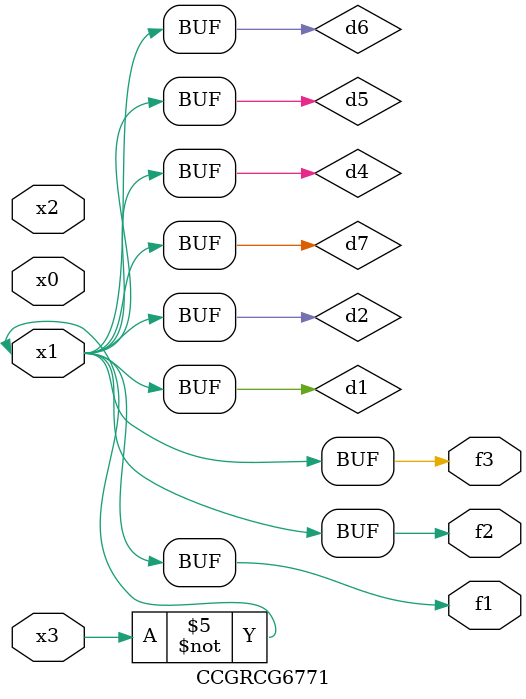
<source format=v>
module CCGRCG6771(
	input x0, x1, x2, x3,
	output f1, f2, f3
);

	wire d1, d2, d3, d4, d5, d6, d7;

	not (d1, x3);
	buf (d2, x1);
	xnor (d3, d1, d2);
	nor (d4, d1);
	buf (d5, d1, d2);
	buf (d6, d4, d5);
	nand (d7, d4);
	assign f1 = d6;
	assign f2 = d7;
	assign f3 = d6;
endmodule

</source>
